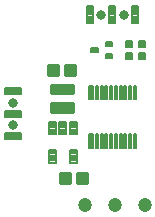
<source format=gbr>
G04 EAGLE Gerber RS-274X export*
G75*
%MOMM*%
%FSLAX34Y34*%
%LPD*%
%INSoldermask Top*%
%IPPOS*%
%AMOC8*
5,1,8,0,0,1.08239X$1,22.5*%
G01*
%ADD10C,0.189000*%
%ADD11C,0.800000*%
%ADD12C,0.160000*%
%ADD13C,0.129000*%
%ADD14C,0.208000*%
%ADD15C,0.253000*%
%ADD16C,0.240000*%
%ADD17C,1.200000*%


D10*
X5945Y72555D02*
X20055Y72555D01*
X20055Y67445D01*
X5945Y67445D01*
X5945Y72555D01*
X5945Y69240D02*
X20055Y69240D01*
X20055Y71035D02*
X5945Y71035D01*
X5945Y91555D02*
X20055Y91555D01*
X20055Y86445D01*
X5945Y86445D01*
X5945Y91555D01*
X5945Y88240D02*
X20055Y88240D01*
X20055Y90035D02*
X5945Y90035D01*
X5945Y110555D02*
X20055Y110555D01*
X20055Y105445D01*
X5945Y105445D01*
X5945Y110555D01*
X5945Y107240D02*
X20055Y107240D01*
X20055Y109035D02*
X5945Y109035D01*
D11*
X13000Y98500D03*
X13000Y79500D03*
D10*
X80555Y165945D02*
X80555Y180055D01*
X80555Y165945D02*
X75445Y165945D01*
X75445Y180055D01*
X80555Y180055D01*
X80555Y167740D02*
X75445Y167740D01*
X75445Y169535D02*
X80555Y169535D01*
X80555Y171330D02*
X75445Y171330D01*
X75445Y173125D02*
X80555Y173125D01*
X80555Y174920D02*
X75445Y174920D01*
X75445Y176715D02*
X80555Y176715D01*
X80555Y178510D02*
X75445Y178510D01*
X99555Y180055D02*
X99555Y165945D01*
X94445Y165945D01*
X94445Y180055D01*
X99555Y180055D01*
X99555Y167740D02*
X94445Y167740D01*
X94445Y169535D02*
X99555Y169535D01*
X99555Y171330D02*
X94445Y171330D01*
X94445Y173125D02*
X99555Y173125D01*
X99555Y174920D02*
X94445Y174920D01*
X94445Y176715D02*
X99555Y176715D01*
X99555Y178510D02*
X94445Y178510D01*
X118555Y180055D02*
X118555Y165945D01*
X113445Y165945D01*
X113445Y180055D01*
X118555Y180055D01*
X118555Y167740D02*
X113445Y167740D01*
X113445Y169535D02*
X118555Y169535D01*
X118555Y171330D02*
X113445Y171330D01*
X113445Y173125D02*
X118555Y173125D01*
X118555Y174920D02*
X113445Y174920D01*
X113445Y176715D02*
X118555Y176715D01*
X118555Y178510D02*
X113445Y178510D01*
D11*
X106500Y173000D03*
X87500Y173000D03*
D12*
X80700Y71700D02*
X80700Y60300D01*
X77300Y60300D01*
X77300Y71700D01*
X80700Y71700D01*
X80700Y61820D02*
X77300Y61820D01*
X77300Y63340D02*
X80700Y63340D01*
X80700Y64860D02*
X77300Y64860D01*
X77300Y66380D02*
X80700Y66380D01*
X80700Y67900D02*
X77300Y67900D01*
X77300Y69420D02*
X80700Y69420D01*
X80700Y70940D02*
X77300Y70940D01*
X80700Y101300D02*
X80700Y112700D01*
X80700Y101300D02*
X77300Y101300D01*
X77300Y112700D01*
X80700Y112700D01*
X80700Y102820D02*
X77300Y102820D01*
X77300Y104340D02*
X80700Y104340D01*
X80700Y105860D02*
X77300Y105860D01*
X77300Y107380D02*
X80700Y107380D01*
X80700Y108900D02*
X77300Y108900D01*
X77300Y110420D02*
X80700Y110420D01*
X80700Y111940D02*
X77300Y111940D01*
D13*
X84855Y71855D02*
X84855Y60145D01*
X83145Y60145D01*
X83145Y71855D01*
X84855Y71855D01*
X84855Y61370D02*
X83145Y61370D01*
X83145Y62595D02*
X84855Y62595D01*
X84855Y63820D02*
X83145Y63820D01*
X83145Y65045D02*
X84855Y65045D01*
X84855Y66270D02*
X83145Y66270D01*
X83145Y67495D02*
X84855Y67495D01*
X84855Y68720D02*
X83145Y68720D01*
X83145Y69945D02*
X84855Y69945D01*
X84855Y71170D02*
X83145Y71170D01*
X84855Y101145D02*
X84855Y112855D01*
X84855Y101145D02*
X83145Y101145D01*
X83145Y112855D01*
X84855Y112855D01*
X84855Y102370D02*
X83145Y102370D01*
X83145Y103595D02*
X84855Y103595D01*
X84855Y104820D02*
X83145Y104820D01*
X83145Y106045D02*
X84855Y106045D01*
X84855Y107270D02*
X83145Y107270D01*
X83145Y108495D02*
X84855Y108495D01*
X84855Y109720D02*
X83145Y109720D01*
X83145Y110945D02*
X84855Y110945D01*
X84855Y112170D02*
X83145Y112170D01*
X88855Y71855D02*
X88855Y60145D01*
X87145Y60145D01*
X87145Y71855D01*
X88855Y71855D01*
X88855Y61370D02*
X87145Y61370D01*
X87145Y62595D02*
X88855Y62595D01*
X88855Y63820D02*
X87145Y63820D01*
X87145Y65045D02*
X88855Y65045D01*
X88855Y66270D02*
X87145Y66270D01*
X87145Y67495D02*
X88855Y67495D01*
X88855Y68720D02*
X87145Y68720D01*
X87145Y69945D02*
X88855Y69945D01*
X88855Y71170D02*
X87145Y71170D01*
X88855Y101145D02*
X88855Y112855D01*
X88855Y101145D02*
X87145Y101145D01*
X87145Y112855D01*
X88855Y112855D01*
X88855Y102370D02*
X87145Y102370D01*
X87145Y103595D02*
X88855Y103595D01*
X88855Y104820D02*
X87145Y104820D01*
X87145Y106045D02*
X88855Y106045D01*
X88855Y107270D02*
X87145Y107270D01*
X87145Y108495D02*
X88855Y108495D01*
X88855Y109720D02*
X87145Y109720D01*
X87145Y110945D02*
X88855Y110945D01*
X88855Y112170D02*
X87145Y112170D01*
X92855Y71855D02*
X92855Y60145D01*
X91145Y60145D01*
X91145Y71855D01*
X92855Y71855D01*
X92855Y61370D02*
X91145Y61370D01*
X91145Y62595D02*
X92855Y62595D01*
X92855Y63820D02*
X91145Y63820D01*
X91145Y65045D02*
X92855Y65045D01*
X92855Y66270D02*
X91145Y66270D01*
X91145Y67495D02*
X92855Y67495D01*
X92855Y68720D02*
X91145Y68720D01*
X91145Y69945D02*
X92855Y69945D01*
X92855Y71170D02*
X91145Y71170D01*
X92855Y101145D02*
X92855Y112855D01*
X92855Y101145D02*
X91145Y101145D01*
X91145Y112855D01*
X92855Y112855D01*
X92855Y102370D02*
X91145Y102370D01*
X91145Y103595D02*
X92855Y103595D01*
X92855Y104820D02*
X91145Y104820D01*
X91145Y106045D02*
X92855Y106045D01*
X92855Y107270D02*
X91145Y107270D01*
X91145Y108495D02*
X92855Y108495D01*
X92855Y109720D02*
X91145Y109720D01*
X91145Y110945D02*
X92855Y110945D01*
X92855Y112170D02*
X91145Y112170D01*
X96855Y71855D02*
X96855Y60145D01*
X95145Y60145D01*
X95145Y71855D01*
X96855Y71855D01*
X96855Y61370D02*
X95145Y61370D01*
X95145Y62595D02*
X96855Y62595D01*
X96855Y63820D02*
X95145Y63820D01*
X95145Y65045D02*
X96855Y65045D01*
X96855Y66270D02*
X95145Y66270D01*
X95145Y67495D02*
X96855Y67495D01*
X96855Y68720D02*
X95145Y68720D01*
X95145Y69945D02*
X96855Y69945D01*
X96855Y71170D02*
X95145Y71170D01*
X96855Y101145D02*
X96855Y112855D01*
X96855Y101145D02*
X95145Y101145D01*
X95145Y112855D01*
X96855Y112855D01*
X96855Y102370D02*
X95145Y102370D01*
X95145Y103595D02*
X96855Y103595D01*
X96855Y104820D02*
X95145Y104820D01*
X95145Y106045D02*
X96855Y106045D01*
X96855Y107270D02*
X95145Y107270D01*
X95145Y108495D02*
X96855Y108495D01*
X96855Y109720D02*
X95145Y109720D01*
X95145Y110945D02*
X96855Y110945D01*
X96855Y112170D02*
X95145Y112170D01*
X100855Y71855D02*
X100855Y60145D01*
X99145Y60145D01*
X99145Y71855D01*
X100855Y71855D01*
X100855Y61370D02*
X99145Y61370D01*
X99145Y62595D02*
X100855Y62595D01*
X100855Y63820D02*
X99145Y63820D01*
X99145Y65045D02*
X100855Y65045D01*
X100855Y66270D02*
X99145Y66270D01*
X99145Y67495D02*
X100855Y67495D01*
X100855Y68720D02*
X99145Y68720D01*
X99145Y69945D02*
X100855Y69945D01*
X100855Y71170D02*
X99145Y71170D01*
X100855Y101145D02*
X100855Y112855D01*
X100855Y101145D02*
X99145Y101145D01*
X99145Y112855D01*
X100855Y112855D01*
X100855Y102370D02*
X99145Y102370D01*
X99145Y103595D02*
X100855Y103595D01*
X100855Y104820D02*
X99145Y104820D01*
X99145Y106045D02*
X100855Y106045D01*
X100855Y107270D02*
X99145Y107270D01*
X99145Y108495D02*
X100855Y108495D01*
X100855Y109720D02*
X99145Y109720D01*
X99145Y110945D02*
X100855Y110945D01*
X100855Y112170D02*
X99145Y112170D01*
X104855Y71855D02*
X104855Y60145D01*
X103145Y60145D01*
X103145Y71855D01*
X104855Y71855D01*
X104855Y61370D02*
X103145Y61370D01*
X103145Y62595D02*
X104855Y62595D01*
X104855Y63820D02*
X103145Y63820D01*
X103145Y65045D02*
X104855Y65045D01*
X104855Y66270D02*
X103145Y66270D01*
X103145Y67495D02*
X104855Y67495D01*
X104855Y68720D02*
X103145Y68720D01*
X103145Y69945D02*
X104855Y69945D01*
X104855Y71170D02*
X103145Y71170D01*
X104855Y101145D02*
X104855Y112855D01*
X104855Y101145D02*
X103145Y101145D01*
X103145Y112855D01*
X104855Y112855D01*
X104855Y102370D02*
X103145Y102370D01*
X103145Y103595D02*
X104855Y103595D01*
X104855Y104820D02*
X103145Y104820D01*
X103145Y106045D02*
X104855Y106045D01*
X104855Y107270D02*
X103145Y107270D01*
X103145Y108495D02*
X104855Y108495D01*
X104855Y109720D02*
X103145Y109720D01*
X103145Y110945D02*
X104855Y110945D01*
X104855Y112170D02*
X103145Y112170D01*
X108855Y71855D02*
X108855Y60145D01*
X107145Y60145D01*
X107145Y71855D01*
X108855Y71855D01*
X108855Y61370D02*
X107145Y61370D01*
X107145Y62595D02*
X108855Y62595D01*
X108855Y63820D02*
X107145Y63820D01*
X107145Y65045D02*
X108855Y65045D01*
X108855Y66270D02*
X107145Y66270D01*
X107145Y67495D02*
X108855Y67495D01*
X108855Y68720D02*
X107145Y68720D01*
X107145Y69945D02*
X108855Y69945D01*
X108855Y71170D02*
X107145Y71170D01*
X108855Y101145D02*
X108855Y112855D01*
X108855Y101145D02*
X107145Y101145D01*
X107145Y112855D01*
X108855Y112855D01*
X108855Y102370D02*
X107145Y102370D01*
X107145Y103595D02*
X108855Y103595D01*
X108855Y104820D02*
X107145Y104820D01*
X107145Y106045D02*
X108855Y106045D01*
X108855Y107270D02*
X107145Y107270D01*
X107145Y108495D02*
X108855Y108495D01*
X108855Y109720D02*
X107145Y109720D01*
X107145Y110945D02*
X108855Y110945D01*
X108855Y112170D02*
X107145Y112170D01*
X112855Y71855D02*
X112855Y60145D01*
X111145Y60145D01*
X111145Y71855D01*
X112855Y71855D01*
X112855Y61370D02*
X111145Y61370D01*
X111145Y62595D02*
X112855Y62595D01*
X112855Y63820D02*
X111145Y63820D01*
X111145Y65045D02*
X112855Y65045D01*
X112855Y66270D02*
X111145Y66270D01*
X111145Y67495D02*
X112855Y67495D01*
X112855Y68720D02*
X111145Y68720D01*
X111145Y69945D02*
X112855Y69945D01*
X112855Y71170D02*
X111145Y71170D01*
X112855Y101145D02*
X112855Y112855D01*
X112855Y101145D02*
X111145Y101145D01*
X111145Y112855D01*
X112855Y112855D01*
X112855Y102370D02*
X111145Y102370D01*
X111145Y103595D02*
X112855Y103595D01*
X112855Y104820D02*
X111145Y104820D01*
X111145Y106045D02*
X112855Y106045D01*
X112855Y107270D02*
X111145Y107270D01*
X111145Y108495D02*
X112855Y108495D01*
X112855Y109720D02*
X111145Y109720D01*
X111145Y110945D02*
X112855Y110945D01*
X112855Y112170D02*
X111145Y112170D01*
X116855Y71855D02*
X116855Y60145D01*
X115145Y60145D01*
X115145Y71855D01*
X116855Y71855D01*
X116855Y61370D02*
X115145Y61370D01*
X115145Y62595D02*
X116855Y62595D01*
X116855Y63820D02*
X115145Y63820D01*
X115145Y65045D02*
X116855Y65045D01*
X116855Y66270D02*
X115145Y66270D01*
X115145Y67495D02*
X116855Y67495D01*
X116855Y68720D02*
X115145Y68720D01*
X115145Y69945D02*
X116855Y69945D01*
X116855Y71170D02*
X115145Y71170D01*
X116855Y101145D02*
X116855Y112855D01*
X116855Y101145D02*
X115145Y101145D01*
X115145Y112855D01*
X116855Y112855D01*
X116855Y102370D02*
X115145Y102370D01*
X115145Y103595D02*
X116855Y103595D01*
X116855Y104820D02*
X115145Y104820D01*
X115145Y106045D02*
X116855Y106045D01*
X116855Y107270D02*
X115145Y107270D01*
X115145Y108495D02*
X116855Y108495D01*
X116855Y109720D02*
X115145Y109720D01*
X115145Y110945D02*
X116855Y110945D01*
X116855Y112170D02*
X115145Y112170D01*
D10*
X113555Y145445D02*
X108445Y145445D01*
X108445Y150555D01*
X113555Y150555D01*
X113555Y145445D01*
X113555Y147240D02*
X108445Y147240D01*
X108445Y149035D02*
X113555Y149035D01*
X113555Y140555D02*
X108445Y140555D01*
X113555Y140555D02*
X113555Y135445D01*
X108445Y135445D01*
X108445Y140555D01*
X108445Y137240D02*
X113555Y137240D01*
X113555Y139035D02*
X108445Y139035D01*
X119445Y140555D02*
X124555Y140555D01*
X124555Y135445D01*
X119445Y135445D01*
X119445Y140555D01*
X119445Y137240D02*
X124555Y137240D01*
X124555Y139035D02*
X119445Y139035D01*
X119445Y145445D02*
X124555Y145445D01*
X119445Y145445D02*
X119445Y150555D01*
X124555Y150555D01*
X124555Y145445D01*
X124555Y147240D02*
X119445Y147240D01*
X119445Y149035D02*
X124555Y149035D01*
D14*
X48960Y82460D02*
X43040Y82460D01*
X48960Y82460D02*
X48960Y71540D01*
X43040Y71540D01*
X43040Y82460D01*
X43040Y73516D02*
X48960Y73516D01*
X48960Y75492D02*
X43040Y75492D01*
X43040Y77468D02*
X48960Y77468D01*
X48960Y79444D02*
X43040Y79444D01*
X43040Y81420D02*
X48960Y81420D01*
X52040Y82460D02*
X57960Y82460D01*
X57960Y71540D01*
X52040Y71540D01*
X52040Y82460D01*
X52040Y73516D02*
X57960Y73516D01*
X57960Y75492D02*
X52040Y75492D01*
X52040Y77468D02*
X57960Y77468D01*
X57960Y79444D02*
X52040Y79444D01*
X52040Y81420D02*
X57960Y81420D01*
X61040Y82460D02*
X66960Y82460D01*
X66960Y71540D01*
X61040Y71540D01*
X61040Y82460D01*
X61040Y73516D02*
X66960Y73516D01*
X66960Y75492D02*
X61040Y75492D01*
X61040Y77468D02*
X66960Y77468D01*
X66960Y79444D02*
X61040Y79444D01*
X61040Y81420D02*
X66960Y81420D01*
X66960Y58460D02*
X61040Y58460D01*
X66960Y58460D02*
X66960Y47540D01*
X61040Y47540D01*
X61040Y58460D01*
X61040Y49516D02*
X66960Y49516D01*
X66960Y51492D02*
X61040Y51492D01*
X61040Y53468D02*
X66960Y53468D01*
X66960Y55444D02*
X61040Y55444D01*
X61040Y57420D02*
X66960Y57420D01*
X48960Y58460D02*
X43040Y58460D01*
X48960Y58460D02*
X48960Y47540D01*
X43040Y47540D01*
X43040Y58460D01*
X43040Y49516D02*
X48960Y49516D01*
X48960Y51492D02*
X43040Y51492D01*
X43040Y53468D02*
X48960Y53468D01*
X48960Y55444D02*
X43040Y55444D01*
X43040Y57420D02*
X48960Y57420D01*
D15*
X66765Y39235D02*
X66765Y30765D01*
X66765Y39235D02*
X75235Y39235D01*
X75235Y30765D01*
X66765Y30765D01*
X66765Y33168D02*
X75235Y33168D01*
X75235Y35571D02*
X66765Y35571D01*
X66765Y37974D02*
X75235Y37974D01*
X52765Y39235D02*
X52765Y30765D01*
X52765Y39235D02*
X61235Y39235D01*
X61235Y30765D01*
X52765Y30765D01*
X52765Y33168D02*
X61235Y33168D01*
X61235Y35571D02*
X52765Y35571D01*
X52765Y37974D02*
X61235Y37974D01*
X51235Y121765D02*
X51235Y130235D01*
X51235Y121765D02*
X42765Y121765D01*
X42765Y130235D01*
X51235Y130235D01*
X51235Y124168D02*
X42765Y124168D01*
X42765Y126571D02*
X51235Y126571D01*
X51235Y128974D02*
X42765Y128974D01*
X65235Y130235D02*
X65235Y121765D01*
X56765Y121765D01*
X56765Y130235D01*
X65235Y130235D01*
X65235Y124168D02*
X56765Y124168D01*
X56765Y126571D02*
X65235Y126571D01*
X65235Y128974D02*
X56765Y128974D01*
D16*
X63300Y97800D02*
X44700Y97800D01*
X63300Y97800D02*
X63300Y90200D01*
X44700Y90200D01*
X44700Y97800D01*
X44700Y92480D02*
X63300Y92480D01*
X63300Y94760D02*
X44700Y94760D01*
X44700Y97040D02*
X63300Y97040D01*
X63300Y113800D02*
X44700Y113800D01*
X63300Y113800D02*
X63300Y106200D01*
X44700Y106200D01*
X44700Y113800D01*
X44700Y108480D02*
X63300Y108480D01*
X63300Y110760D02*
X44700Y110760D01*
X44700Y113040D02*
X63300Y113040D01*
D17*
X124400Y12000D03*
X99000Y12000D03*
X73600Y12000D03*
D12*
X91300Y136300D02*
X91300Y139700D01*
X96700Y139700D01*
X96700Y136300D01*
X91300Y136300D01*
X91300Y137820D02*
X96700Y137820D01*
X96700Y139340D02*
X91300Y139340D01*
X91300Y146300D02*
X91300Y149700D01*
X96700Y149700D01*
X96700Y146300D01*
X91300Y146300D01*
X91300Y147820D02*
X96700Y147820D01*
X96700Y149340D02*
X91300Y149340D01*
X79300Y144700D02*
X79300Y141300D01*
X79300Y144700D02*
X84700Y144700D01*
X84700Y141300D01*
X79300Y141300D01*
X79300Y142820D02*
X84700Y142820D01*
X84700Y144340D02*
X79300Y144340D01*
M02*

</source>
